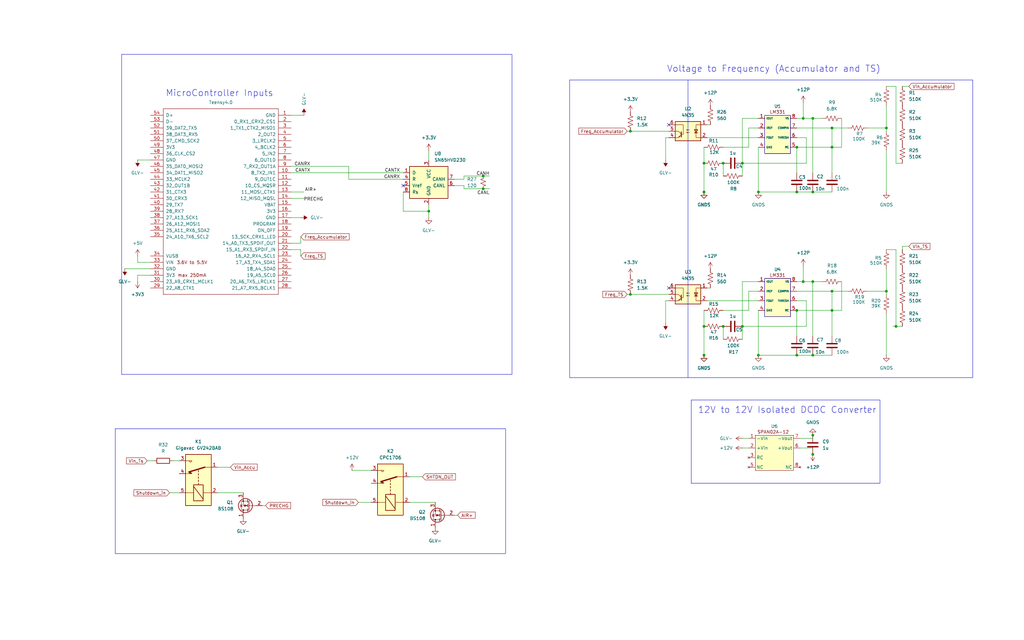
<source format=kicad_sch>
(kicad_sch (version 20231120) (generator "eeschema") (generator_version "8.0")
  (paper "User" 406.4 254)
  (title_block (title "Precharge Circuit") (date "2024-12-02") (rev "1.1"))
  (lib_symbols
    (symbol "Device:C" (pin_numbers hide) (pin_names (offset 0.254))
      (property "Reference" "C" (at 0.635 2.54 0))
      (property "Value" "C" (at 0.635 -2.54 0))
      (symbol "C_0_1"
        (polyline (pts (xy -2.032 -0.762) (xy 2.032 -0.762)) (stroke (width 0.508)))
        (polyline (pts (xy -2.032 0.762) (xy 2.032 0.762)) (stroke (width 0.508)))
      )
      (symbol "C_1_1"
        (pin passive line (at 0 3.81 270) (length 2.794) (name "~") (number "1"))
        (pin passive line (at 0 -3.81 90) (length 2.794) (name "~") (number "2"))
      )
    )
    (symbol "Device:R" (pin_numbers hide) (pin_names (offset 0))
      (property "Reference" "R" (at 2.032 0 90))
      (property "Value" "R" (at 0 0 90))
      (symbol "R_0_1"
        (rectangle (start -1.016 -2.54) (end 1.016 2.54) (stroke (width 0.254)))
      )
      (symbol "R_1_1"
        (pin passive line (at 0 3.81 270) (length 1.27) (name "~") (number "1"))
        (pin passive line (at 0 -3.81 90) (length 1.27) (name "~") (number "2"))
      )
    )
    (symbol "Device:R_Small_US" (pin_numbers hide) (pin_names (offset 0.254) hide)
      (property "Reference" "R" (at 0.762 0.508 0))
      (property "Value" "R_Small_US" (at 0.762 -1.016 0))
      (symbol "R_Small_US_1_1"
        (polyline (pts (xy 0 0) (xy 1.016 -0.381) (xy 0 -0.762) (xy -1.016 -1.143) (xy 0 -1.524)))
        (polyline (pts (xy 0 1.524) (xy 1.016 1.143) (xy 0 0.762) (xy -1.016 0.381) (xy 0 0)))
        (pin passive line (at 0 2.54 270) (length 1.016) (name "~") (number "1"))
        (pin passive line (at 0 -2.54 90) (length 1.016) (name "~") (number "2"))
      )
    )
    (symbol "Device:R_US" (pin_numbers hide) (pin_names (offset 0))
      (property "Reference" "R" (at 2.54 0 90))
      (property "Value" "R_US" (at -2.54 0 90))
      (symbol "R_US_0_1"
        (polyline (pts (xy 0 -2.286) (xy 0 -2.54)))
        (polyline (pts (xy 0 2.286) (xy 0 2.54)))
        (polyline (pts (xy 0 -0.762) (xy 1.016 -1.143) (xy 0 -1.524) (xy -1.016 -1.905) (xy 0 -2.286)))
        (polyline (pts (xy 0 0.762) (xy 1.016 0.381) (xy 0 0) (xy -1.016 -0.381) (xy 0 -0.762)))
        (polyline (pts (xy 0 2.286) (xy 1.016 1.905) (xy 0 1.524) (xy -1.016 1.143) (xy 0 0.762)))
      )
      (symbol "R_US_1_1"
        (pin passive line (at 0 3.81 270) (length 1.27) (name "~") (number "1"))
        (pin passive line (at 0 -3.81 90) (length 1.27) (name "~") (number "2"))
      )
    )
    (symbol "Interface_CAN_LIN:SN65HVD230" (pin_names (offset 1.016))
      (property "Reference" "U" (at -2.54 10.16 0))
      (property "Value" "SN65HVD230" (at -2.54 7.62 0))
      (symbol "SN65HVD230_0_1"
        (rectangle (start -7.62 5.08) (end 7.62 -7.62) (stroke (width 0.254)) (fill (type background)))
      )
      (symbol "SN65HVD230_1_1"
        (pin input line (at -10.16 2.54 0) (length 2.54) (name "D") (number "1"))
        (pin power_in line (at 0 -10.16 90) (length 2.54) (name "GND") (number "2"))
        (pin power_in line (at 0 7.62 270) (length 2.54) (name "VCC") (number "3"))
        (pin output line (at -10.16 0 0) (length 2.54) (name "R") (number "4"))
        (pin output line (at -10.16 -2.54 0) (length 2.54) (name "Vref") (number "5"))
        (pin bidirectional line (at 10.16 -2.54 180) (length 2.54) (name "CANL") (number "6"))
        (pin bidirectional line (at 10.16 0 180) (length 2.54) (name "CANH") (number "7"))
        (pin input line (at -10.16 -5.08 0) (length 2.54) (name "Rs") (number "8"))
      )
    )
    (symbol "Isolator:4N35" (pin_names (offset 1.016))
      (property "Reference" "U" (at -5.08 5.08 0))
      (property "Value" "4N35" (at 0 5.08 0))
      (symbol "4N35_0_1"
        (rectangle (start -5.08 3.81) (end 5.08 -3.81) (stroke (width 0.254)) (fill (type background)))
        (polyline (pts (xy -3.81 -0.635) (xy -2.54 -0.635)) (stroke (width 0.254)))
        (polyline (pts (xy 2.667 -1.397) (xy 3.81 -2.54)))
        (polyline (pts (xy 2.667 -1.143) (xy 3.81 0)))
        (polyline (pts (xy 3.81 -2.54) (xy 5.08 -2.54)))
        (polyline (pts (xy 3.81 0) (xy 5.08 0)))
        (polyline (pts (xy 2.667 -0.254) (xy 2.667 -2.286) (xy 2.667 -2.286)) (stroke (width 0.3556)))
        (polyline (pts (xy -5.08 -2.54) (xy -3.175 -2.54) (xy -3.175 2.54) (xy -5.08 2.54)))
        (polyline (pts (xy -3.175 -0.635) (xy -3.81 0.635) (xy -2.54 0.635) (xy -3.175 -0.635)) (stroke (width 0.254)))
        (polyline (pts (xy 3.683 -2.413) (xy 3.429 -1.905) (xy 3.175 -2.159) (xy 3.683 -2.413)))
        (polyline (pts (xy 5.08 2.54) (xy 1.905 2.54) (xy 1.905 -1.27) (xy 2.54 -1.27)))
        (polyline (pts (xy -0.635 -0.508) (xy 0.635 -0.508) (xy 0.254 -0.635) (xy 0.254 -0.381) (xy 0.635 -0.508)))
        (polyline (pts (xy -0.635 0.508) (xy 0.635 0.508) (xy 0.254 0.381) (xy 0.254 0.635) (xy 0.635 0.508)))
      )
      (symbol "4N35_1_1"
        (pin passive line (at -7.62 2.54 0) (length 2.54) (name "~") (number "1"))
        (pin passive line (at -7.62 -2.54 0) (length 2.54) (name "~") (number "2"))
        (pin no_connect line (at -5.08 0 0) (length 2.54) hide (name "NC") (number "3"))
        (pin passive line (at 7.62 -2.54 180) (length 2.54) (name "~") (number "4"))
        (pin passive line (at 7.62 0 180) (length 2.54) (name "~") (number "5"))
        (pin passive line (at 7.62 2.54 180) (length 2.54) (name "~") (number "6"))
      )
    )
    (symbol "LM331_1"
      (property "Reference" "U" (at -0.762 10.922 0))
      (symbol "LM331_1_0_1"
        (rectangle (start -5.08 7.62) (end 5.08 -7.62))
      )
      (symbol "LM331_1_1_1"
        (text "LM331\n" (at 0 8.89 0) (effects (font (size 1.27 1.27))))
        (pin input line (at -7.62 6.35 0) (length 2.54) (name "IOUT") (number "1"))
        (pin input line (at -7.62 2.54 0) (length 2.54) (name "IREF") (number "2"))
        (pin input line (at -7.62 -1.27 0) (length 2.54) (name "FOUT") (number "3"))
        (pin input line (at -7.62 -5.08 0) (length 2.54) (name "GND") (number "4"))
        (pin input line (at 7.62 -5.08 180) (length 2.54) (name "RC") (number "5"))
        (pin input line (at 7.62 -1.27 180) (length 2.54) (name "THRESH") (number "6"))
        (pin input line (at 7.62 2.54 180) (length 2.54) (name "COMPIN") (number "7"))
        (pin input line (at 7.62 6.35 180) (length 2.54) (name "VS") (number "8"))
      )
    )
    (symbol "Relay:SANYOU_SRD_Form_C"
      (property "Reference" "K" (at 11.43 3.81 0))
      (property "Value" "SANYOU_SRD_Form_C" (at 11.43 1.27 0))
      (symbol "SANYOU_SRD_Form_C_0_0"
        (polyline (pts (xy 7.62 5.08) (xy 7.62 2.54) (xy 6.985 3.175) (xy 7.62 3.81)))
      )
      (symbol "SANYOU_SRD_Form_C_0_1"
        (rectangle (start -10.16 5.08) (end 10.16 -5.08) (stroke (width 0.254)) (fill (type background)))
        (rectangle (start -8.255 1.905) (end -1.905 -1.905) (stroke (width 0.254)))
        (polyline (pts (xy -7.62 -1.905) (xy -2.54 1.905)) (stroke (width 0.254)))
        (polyline (pts (xy -5.08 -5.08) (xy -5.08 -1.905)))
        (polyline (pts (xy -5.08 5.08) (xy -5.08 1.905)))
        (polyline (pts (xy -1.905 0) (xy -1.27 0)) (stroke (width 0.254)))
        (polyline (pts (xy -0.635 0) (xy 0 0)) (stroke (width 0.254)))
        (polyline (pts (xy 0.635 0) (xy 1.27 0)) (stroke (width 0.254)))
        (polyline (pts (xy 1.905 0) (xy 2.54 0)) (stroke (width 0.254)))
        (polyline (pts (xy 3.175 0) (xy 3.81 0)) (stroke (width 0.254)))
        (polyline (pts (xy 5.08 -2.54) (xy 3.175 3.81)) (stroke (width 0.508)))
        (polyline (pts (xy 5.08 -2.54) (xy 5.08 -5.08)))
      )
      (symbol "SANYOU_SRD_Form_C_1_1"
        (polyline (pts (xy 2.54 3.81) (xy 3.175 3.175) (xy 2.54 2.54) (xy 2.54 5.08)) (fill (type outline)))
        (pin passive line (at 5.08 -7.62 90) (length 2.54) (name "~") (number "1"))
        (pin passive line (at -5.08 -7.62 90) (length 2.54) (name "~") (number "2"))
        (pin passive line (at 7.62 7.62 270) (length 2.54) (name "~") (number "3"))
        (pin passive line (at 2.54 7.62 270) (length 2.54) (name "~") (number "4"))
        (pin passive line (at -5.08 7.62 270) (length 2.54) (name "~") (number "5"))
      )
    )
    (symbol "Transistor_FET:BS108" (pin_names hide)
      (property "Reference" "Q" (at 5.08 1.905 0))
      (property "Value" "BS108" (at 5.08 0 0))
      (symbol "BS108_0_1"
        (polyline (pts (xy 0.254 0) (xy -2.54 0)))
        (polyline (pts (xy 0.254 1.905) (xy 0.254 -1.905)) (stroke (width 0.254)))
        (polyline (pts (xy 0.762 -1.27) (xy 0.762 -2.286)) (stroke (width 0.254)))
        (polyline (pts (xy 0.762 0.508) (xy 0.762 -0.508)) (stroke (width 0.254)))
        (polyline (pts (xy 0.762 2.286) (xy 0.762 1.27)) (stroke (width 0.254)))
        (polyline (pts (xy 2.54 2.54) (xy 2.54 1.778)))
        (polyline (pts (xy 2.54 -2.54) (xy 2.54 0) (xy 0.762 0)))
        (polyline (pts (xy 0.762 -1.778) (xy 3.302 -1.778) (xy 3.302 1.778) (xy 0.762 1.778)))
        (polyline (pts (xy 1.016 0) (xy 2.032 0.381) (xy 2.032 -0.381) (xy 1.016 0)) (fill (type outline)))
        (polyline (pts (xy 2.794 0.508) (xy 2.921 0.381) (xy 3.683 0.381) (xy 3.81 0.254)))
        (polyline (pts (xy 3.302 0.381) (xy 2.921 -0.254) (xy 3.683 -0.254) (xy 3.302 0.381)))
        (circle (center 1.651 0) (radius 2.794) (stroke (width 0.254)))
        (circle (center 2.54 -1.778) (radius 0.254) (fill (type outline)))
        (circle (center 2.54 1.778) (radius 0.254) (fill (type outline)))
      )
      (symbol "BS108_1_1"
        (pin passive line (at 2.54 5.08 270) (length 2.54) (name "D") (number "1"))
        (pin input line (at -5.08 0 0) (length 2.54) (name "G") (number "2"))
        (pin passive line (at 2.54 -5.08 90) (length 2.54) (name "S") (number "3"))
      )
    )
    (symbol "fsae:SPAN02A-12 (Isolated LV DCDC)"
      (property "Reference" "U6" (at 0 2.54 0))
      (property "Value" "~" (at 0 0 0))
      (symbol "SPAN02A-12 (Isolated LV DCDC)_0_1"
        (rectangle (start -7.62 -3.81) (end 7.62 -17.78) (fill (type color) (color 255 255 194 1)))
      )
      (symbol "SPAN02A-12 (Isolated LV DCDC)_1_1"
        (text "SPAN02A-12\n\n\n" (at -0.508 -4.572 0) (effects (font (size 1.27 1.27))))
        (pin input line (at -10.16 -5.08 0) (length 2.54) (name "-Vin") (number "1"))
        (pin input line (at -10.16 -8.89 0) (length 2.54) (name "+Vin") (number "2"))
        (pin no_connect line (at -10.16 -12.7 0) (length 2.54) (name "RC") (number "3"))
        (pin no_connect line (at -10.16 -16.51 0) (length 2.54) (name "NC") (number "5"))
        (pin output line (at 10.16 -8.89 180) (length 2.54) (name "+Vout") (number "6"))
        (pin output line (at 10.16 -5.08 180) (length 2.54) (name "-Vout") (number "7"))
        (pin no_connect line (at 10.16 -16.51 180) (length 2.54) (name "NC") (number "8"))
      )
    )
    (symbol "power:+12V" (power) (pin_numbers hide) (pin_names (offset 0) hide)
      (property "Value" "+12V" (at 0 3.556 0))
      (symbol "+12V_0_1"
        (polyline (pts (xy -0.762 1.27) (xy 0 2.54)))
        (polyline (pts (xy 0 0) (xy 0 2.54)))
        (polyline (pts (xy 0 2.54) (xy 0.762 1.27)))
      )
      (symbol "+12V_1_1"
        (pin power_in line (at 0 0 90) (length 0) (name "~") (number "1"))
      )
    )
    (symbol "power:+3.3V" (power) (pin_numbers hide) (pin_names (offset 0) hide)
      (property "Value" "+3.3V" (at 0 3.556 0))
      (symbol "+3.3V_0_1"
        (polyline (pts (xy -0.762 1.27) (xy 0 2.54)))
        (polyline (pts (xy 0 0) (xy 0 2.54)))
        (polyline (pts (xy 0 2.54) (xy 0.762 1.27)))
      )
      (symbol "+3.3V_1_1"
        (pin power_in line (at 0 0 90) (length 0) (name "~") (number "1"))
      )
    )
    (symbol "power:-3V3" (power) (pin_numbers hide) (pin_names (offset 0) hide)
      (property "Value" "-3V3" (at 0 3.556 0))
      (symbol "-3V3_0_0"
        (pin power_in line (at 0 0 90) (length 0) (name "~") (number "1"))
      )
      (symbol "-3V3_0_1"
        (polyline (pts (xy 0 0) (xy 0 1.27) (xy 0.762 1.27) (xy 0 2.54) (xy -0.762 1.27) (xy 0 1.27)) (fill (type outline)))
      )
    )
    (symbol "power:GLV-" (power) (pin_numbers hide) (pin_names (offset 0) hide)
      (property "Value" "GLV-" (at 0 -3.81 0))
      (symbol "GLV-_0_1"
        (polyline (pts (xy 0 0) (xy 0 -1.27) (xy 1.27 -1.27) (xy 0 -2.54) (xy -1.27 -1.27) (xy 0 -1.27)))
      )
      (symbol "GLV-_1_1"
        (pin power_in line (at 0 0 270) (length 0) (name "~") (number "1"))
      )
    )
    (symbol "power:GND" (power) (pin_numbers hide) (pin_names (offset 0) hide)
      (property "Value" "GND" (at 0 -3.81 0))
      (symbol "GND_0_1"
        (polyline (pts (xy 0 0) (xy 0 -1.27) (xy 1.27 -1.27) (xy 0 -2.54) (xy -1.27 -1.27) (xy 0 -1.27)))
      )
      (symbol "GND_1_1"
        (pin power_in line (at 0 0 270) (length 0) (name "~") (number "1"))
      )
    )
    (symbol "power:GNDS" (power) (pin_numbers hide) (pin_names (offset 0) hide)
      (property "Value" "GNDS" (at 0 -3.81 0))
      (symbol "GNDS_0_1"
        (polyline (pts (xy 0 0) (xy 0 -1.27) (xy 1.27 -1.27) (xy 0 -2.54) (xy -1.27 -1.27) (xy 0 -1.27)))
      )
      (symbol "GNDS_1_1"
        (pin power_in line (at 0 0 270) (length 0) (name "~") (number "1"))
      )
    )
    (symbol "teensy:Teensy4.0" (pin_names (offset 1.016))
      (property "Reference" "U" (at 0 39.37 0))
      (property "Value" "Teensy4.0" (at 0 -39.37 0))
      (symbol "Teensy4.0_0_0"
        (text "3.6V to 5.5V" (at 11.43 -24.13 0) (effects (font (size 1.27 1.27))))
        (text "max 250mA" (at 11.43 -29.21 0) (effects (font (size 1.27 1.27))))
        (pin bidirectional line (at -27.94 11.43 0) (length 5.08) (name "8_TX2_IN1") (number "10"))
        (pin bidirectional line (at -27.94 8.89 0) (length 5.08) (name "9_OUT1C") (number "11"))
        (pin bidirectional line (at -27.94 6.35 0) (length 5.08) (name "10_CS_MQSR") (number "12"))
        (pin bidirectional line (at -27.94 3.81 0) (length 5.08) (name "11_MOSI_CTX1") (number "13"))
        (pin bidirectional line (at -27.94 1.27 0) (length 5.08) (name "12_MISO_MQSL") (number "14"))
        (pin power_in line (at -27.94 -1.27 0) (length 5.08) (name "VBAT") (number "15"))
        (pin power_in line (at -27.94 -3.81 0) (length 5.08) (name "3V3") (number "16"))
        (pin power_in line (at -27.94 -6.35 0) (length 5.08) (name "GND") (number "17"))
        (pin input line (at -27.94 -8.89 0) (length 5.08) (name "PROGRAM") (number "18"))
        (pin input line (at -27.94 -11.43 0) (length 5.08) (name "ON_OFF") (number "19"))
        (pin bidirectional line (at -27.94 -13.97 0) (length 5.08) (name "13_SCK_CRX1_LED") (number "20"))
        (pin bidirectional line (at -27.94 -16.51 0) (length 5.08) (name "14_A0_TX3_SPDIF_OUT") (number "21"))
        (pin bidirectional line (at -27.94 -19.05 0) (length 5.08) (name "15_A1_RX3_SPDIF_IN") (number "22"))
        (pin bidirectional line (at -27.94 -21.59 0) (length 5.08) (name "16_A2_RX4_SCL1") (number "23"))
        (pin bidirectional line (at -27.94 -24.13 0) (length 5.08) (name "17_A3_TX4_SDA1") (number "24"))
        (pin bidirectional line (at -27.94 -26.67 0) (length 5.08) (name "18_A4_SDA0") (number "25"))
        (pin bidirectional line (at -27.94 -29.21 0) (length 5.08) (name "19_A5_SCL0") (number "26"))
        (pin bidirectional line (at -27.94 -31.75 0) (length 5.08) (name "20_A6_TX5_LRCLK1") (number "27"))
        (pin bidirectional line (at -27.94 -34.29 0) (length 5.08) (name "21_A7_RX5_BCLK1") (number "28"))
        (pin bidirectional line (at 27.94 -34.29 180) (length 5.08) (name "22_A8_CTX1") (number "29"))
        (pin bidirectional line (at 27.94 -31.75 180) (length 5.08) (name "23_A9_CRX1_MCLK1") (number "30"))
        (pin power_out line (at 27.94 -29.21 180) (length 5.08) (name "3V3") (number "31"))
        (pin power_in line (at 27.94 -26.67 180) (length 5.08) (name "GND") (number "32"))
        (pin power_in line (at 27.94 -24.13 180) (length 5.08) (name "VIN") (number "33"))
        (pin power_out line (at 27.94 -21.59 180) (length 5.08) (name "VUSB") (number "34"))
        (pin bidirectional line (at 27.94 -13.97 180) (length 5.08) (name "24_A10_TX6_SCL2") (number "35"))
        (pin bidirectional line (at 27.94 -11.43 180) (length 5.08) (name "25_A11_RX6_SDA2") (number "36"))
        (pin bidirectional line (at 27.94 -8.89 180) (length 5.08) (name "26_A12_MOSI1") (number "37"))
        (pin bidirectional line (at 27.94 -6.35 180) (length 5.08) (name "27_A13_SCK1") (number "38"))
        (pin bidirectional line (at 27.94 -3.81 180) (length 5.08) (name "28_RX7") (number "39"))
        (pin bidirectional line (at 27.94 -1.27 180) (length 5.08) (name "29_TX7") (number "40"))
        (pin bidirectional line (at 27.94 1.27 180) (length 5.08) (name "30_CRX3") (number "41"))
        (pin bidirectional line (at 27.94 3.81 180) (length 5.08) (name "31_CTX3") (number "42"))
        (pin bidirectional line (at 27.94 6.35 180) (length 5.08) (name "32_OUT1B") (number "43"))
        (pin bidirectional line (at 27.94 8.89 180) (length 5.08) (name "33_MCLK2") (number "44"))
        (pin bidirectional line (at 27.94 11.43 180) (length 5.08) (name "34_DAT1_MISO2") (number "45"))
        (pin bidirectional line (at 27.94 13.97 180) (length 5.08) (name "35_DAT0_MOSI2") (number "46"))
        (pin power_out line (at 27.94 16.51 180) (length 5.08) (name "GND") (number "47"))
        (pin bidirectional line (at 27.94 19.05 180) (length 5.08) (name "36_CLK_CS2") (number "48"))
        (pin power_out line (at 27.94 21.59 180) (length 5.08) (name "3V3") (number "49"))
        (pin bidirectional line (at -27.94 24.13 0) (length 5.08) (name "3_LRCLK2") (number "5"))
        (pin bidirectional line (at 27.94 24.13 180) (length 5.08) (name "37_CMD_SCK2") (number "50"))
        (pin bidirectional line (at 27.94 26.67 180) (length 5.08) (name "38_DAT3_RX5") (number "51"))
        (pin bidirectional line (at 27.94 29.21 180) (length 5.08) (name "39_DAT2_TX5") (number "52"))
        (pin bidirectional line (at 27.94 31.75 180) (length 5.08) (name "D-") (number "53"))
        (pin bidirectional line (at 27.94 34.29 180) (length 5.08) (name "D+") (number "54"))
        (pin bidirectional line (at -27.94 21.59 0) (length 5.08) (name "4_BCLK2") (number "6"))
        (pin bidirectional line (at -27.94 19.05 0) (length 5.08) (name "5_IN2") (number "7"))
        (pin bidirectional line (at -27.94 16.51 0) (length 5.08) (name "6_OUT1D") (number "8"))
        (pin bidirectional line (at -27.94 13.97 0) (length 5.08) (name "7_RX2_OUT1A") (number "9"))
      )
      (symbol "Teensy4.0_0_1"
        (rectangle (start -22.86 36.83) (end 22.86 -36.83))
        (rectangle (start -20.32 -31.75) (end -20.32 -31.75))
      )
      (symbol "Teensy4.0_1_1"
        (pin power_in line (at -27.94 34.29 0) (length 5.08) (name "GND") (number "1"))
        (pin bidirectional line (at -27.94 31.75 0) (length 5.08) (name "0_RX1_CRX2_CS1") (number "2"))
        (pin bidirectional line (at -27.94 29.21 0) (length 5.08) (name "1_TX1_CTX2_MISO1") (number "3"))
        (pin bidirectional line (at -27.94 26.67 0) (length 5.08) (name "2_OUT2") (number "4"))
      )
    )
  )
  (junction (at 250.19 116.84))
  (junction (at 355.6 129.54))
  (junction (at 191.77 74.93))
  (junction (at 330.2 50.8))
  (junction (at 316.23 58.42))
  (junction (at 300.99 76.2))
  (junction (at 322.58 76.2))
  (junction (at 300.99 140.97))
  (junction (at 191.77 69.85))
  (junction (at 294.64 129.54))
  (junction (at 322.58 180.34))
  (junction (at 351.79 50.8))
  (junction (at 170.18 83.82))
  (junction (at 250.19 52.07))
  (junction (at 316.23 140.97))
  (junction (at 287.02 64.77))
  (junction (at 316.23 123.19))
  (junction (at 318.77 46.99))
  (junction (at 322.58 140.97))
  (junction (at 322.58 172.72))
  (junction (at 279.4 64.77))
  (junction (at 318.77 111.76))
  (junction (at 279.4 140.97))
  (junction (at 351.79 115.57))
  (junction (at 294.64 64.77))
  (junction (at 279.4 129.54))
  (junction (at 316.23 76.2))
  (junction (at 330.2 58.42))
  (junction (at 287.02 129.54))
  (junction (at 322.58 46.99))
  (junction (at 279.4 76.2))
  (junction (at 330.2 115.57))
  (junction (at 330.2 123.19))
  (junction (at 322.58 111.76))
  (no_connect (at 160.02 73.66))
  (no_connect (at 265.43 49.53))
  (no_connect (at 265.43 114.3))
  (wire (pts (xy 351.79 41.91) (xy 351.79 50.8)))
  (wire (pts (xy 316.23 50.8) (xy 330.2 50.8)))
  (wire (pts (xy 280.67 49.53) (xy 281.94 49.53)))
  (wire (pts (xy 316.23 119.38) (xy 320.04 119.38)))
  (wire (pts (xy 279.4 129.54) (xy 279.4 140.97)))
  (wire (pts (xy 300.99 140.97) (xy 316.23 140.97)))
  (wire (pts (xy 351.79 115.57) (xy 351.79 116.84)))
  (wire (pts (xy 294.64 64.77) (xy 294.64 69.85)))
  (wire (pts (xy 191.77 74.93) (xy 184.15 74.93)))
  (wire (pts (xy 322.58 111.76) (xy 322.58 133.35)))
  (wire (pts (xy 330.2 50.8) (xy 330.2 58.42)))
  (wire (pts (xy 294.64 173.99) (xy 297.18 173.99)))
  (wire (pts (xy 119.38 99.06) (xy 115.57 99.06)))
  (wire (pts (xy 351.79 115.57) (xy 344.17 115.57)))
  (wire (pts (xy 105.41 200.66) (xy 104.14 200.66)))
  (wire (pts (xy 142.24 199.39) (xy 147.32 199.39)))
  (wire (pts (xy 180.34 73.66) (xy 184.15 73.66)))
  (wire (pts (xy 120.65 76.2) (xy 115.57 76.2)))
  (wire (pts (xy 115.57 68.58) (xy 160.02 68.58)))
  (wire (pts (xy 120.65 78.74) (xy 115.57 78.74)))
  (wire (pts (xy 248.92 116.84) (xy 250.19 116.84)))
  (wire (pts (xy 330.2 58.42) (xy 334.01 58.42)))
  (wire (pts (xy 160.02 76.2) (xy 160.02 83.82)))
  (wire (pts (xy 58.42 182.88) (xy 60.96 182.88)))
  (wire (pts (xy 320.04 129.54) (xy 294.64 129.54)))
  (wire (pts (xy 184.15 69.85) (xy 184.15 71.12)))
  (wire (pts (xy 354.33 129.54) (xy 355.6 129.54)))
  (wire (pts (xy 294.64 129.54) (xy 294.64 134.62)))
  (wire (pts (xy 68.58 182.88) (xy 71.12 182.88)))
  (wire (pts (xy 264.16 54.61) (xy 264.16 63.5)))
  (wire (pts (xy 264.16 119.38) (xy 265.43 119.38)))
  (wire (pts (xy 139.7 186.69) (xy 147.32 186.69)))
  (wire (pts (xy 330.2 123.19) (xy 334.01 123.19)))
  (wire (pts (xy 250.19 116.84) (xy 265.43 116.84)))
  (wire (pts (xy 320.04 64.77) (xy 294.64 64.77)))
  (wire (pts (xy 191.77 69.85) (xy 184.15 69.85)))
  (wire (pts (xy 316.23 123.19) (xy 330.2 123.19)))
  (wire (pts (xy 320.04 119.38) (xy 320.04 129.54)))
  (wire (pts (xy 184.15 73.66) (xy 184.15 74.93)))
  (wire (pts (xy 317.5 177.8) (xy 322.58 177.8)))
  (wire (pts (xy 326.39 111.76) (xy 322.58 111.76)))
  (wire (pts (xy 119.38 93.98) (xy 119.38 96.52)))
  (wire (pts (xy 316.23 58.42) (xy 330.2 58.42)))
  (wire (pts (xy 280.67 54.61) (xy 300.99 54.61)))
  (wire (pts (xy 170.18 81.28) (xy 170.18 83.82)))
  (wire (pts (xy 279.4 58.42) (xy 279.4 64.77)))
  (wire (pts (xy 326.39 46.99) (xy 322.58 46.99)))
  (wire (pts (xy 96.52 195.58) (xy 86.36 195.58)))
  (wire (pts (xy 316.23 76.2) (xy 322.58 76.2)))
  (wire (pts (xy 138.43 66.04) (xy 138.43 71.12)))
  (wire (pts (xy 316.23 58.42) (xy 316.23 68.58)))
  (wire (pts (xy 316.23 123.19) (xy 316.23 133.35)))
  (wire (pts (xy 172.72 199.39) (xy 162.56 199.39)))
  (wire (pts (xy 330.2 115.57) (xy 330.2 123.19)))
  (wire (pts (xy 355.6 129.54) (xy 358.14 129.54)))
  (wire (pts (xy 358.14 34.29) (xy 360.68 34.29)))
  (wire (pts (xy 264.16 119.38) (xy 264.16 128.27)))
  (wire (pts (xy 297.18 58.42) (xy 287.02 58.42)))
  (wire (pts (xy 59.69 109.22) (xy 54.61 109.22)))
  (wire (pts (xy 287.02 64.77) (xy 287.02 69.85)))
  (wire (pts (xy 59.69 104.14) (xy 54.61 104.14)))
  (wire (pts (xy 330.2 50.8) (xy 336.55 50.8)))
  (wire (pts (xy 297.18 115.57) (xy 300.99 115.57)))
  (wire (pts (xy 294.64 46.99) (xy 300.99 46.99)))
  (wire (pts (xy 355.6 34.29) (xy 351.79 34.29)))
  (wire (pts (xy 115.57 66.04) (xy 138.43 66.04)))
  (wire (pts (xy 351.79 99.06) (xy 355.6 99.06)))
  (wire (pts (xy 318.77 105.41) (xy 318.77 111.76)))
  (polyline (pts (xy 273.05 31.75) (xy 273.05 149.86)))
  (wire (pts (xy 322.58 173.99) (xy 322.58 172.72)))
  (wire (pts (xy 59.69 63.5) (xy 54.61 63.5)))
  (wire (pts (xy 59.69 106.68) (xy 49.53 106.68)))
  (wire (pts (xy 280.67 114.3) (xy 281.94 114.3)))
  (wire (pts (xy 120.65 45.72) (xy 115.57 45.72)))
  (wire (pts (xy 248.92 52.07) (xy 250.19 52.07)))
  (wire (pts (xy 300.99 76.2) (xy 316.23 76.2)))
  (wire (pts (xy 300.99 76.2) (xy 300.99 58.42)))
  (wire (pts (xy 300.99 140.97) (xy 300.99 123.19)))
  (wire (pts (xy 330.2 123.19) (xy 330.2 133.35)))
  (wire (pts (xy 138.43 71.12) (xy 160.02 71.12)))
  (wire (pts (xy 54.61 101.6) (xy 54.61 104.14)))
  (wire (pts (xy 316.23 54.61) (xy 320.04 54.61)))
  (wire (pts (xy 351.79 59.69) (xy 351.79 76.2)))
  (wire (pts (xy 181.61 204.47) (xy 180.34 204.47)))
  (wire (pts (xy 250.19 52.07) (xy 265.43 52.07)))
  (wire (pts (xy 318.77 111.76) (xy 322.58 111.76)))
  (wire (pts (xy 160.02 83.82) (xy 170.18 83.82)))
  (wire (pts (xy 317.5 173.99) (xy 322.58 173.99)))
  (wire (pts (xy 358.14 99.06) (xy 358.14 97.79)))
  (wire (pts (xy 316.23 46.99) (xy 318.77 46.99)))
  (wire (pts (xy 184.15 71.12) (xy 180.34 71.12)))
  (wire (pts (xy 351.79 106.68) (xy 351.79 115.57)))
  (wire (pts (xy 322.58 46.99) (xy 322.58 68.58)))
  (wire (pts (xy 294.64 46.99) (xy 294.64 64.77)))
  (wire (pts (xy 322.58 177.8) (xy 322.58 180.34)))
  (wire (pts (xy 316.23 115.57) (xy 330.2 115.57)))
  (wire (pts (xy 322.58 140.97) (xy 330.2 140.97)))
  (wire (pts (xy 297.18 58.42) (xy 297.18 50.8)))
  (wire (pts (xy 287.02 129.54) (xy 287.02 134.62)))
  (wire (pts (xy 351.79 50.8) (xy 351.79 52.07)))
  (wire (pts (xy 194.31 69.85) (xy 191.77 69.85)))
  (wire (pts (xy 264.16 54.61) (xy 265.43 54.61)))
  (wire (pts (xy 71.12 195.58) (xy 67.31 195.58)))
  (wire (pts (xy 334.01 58.42) (xy 334.01 46.99)))
  (wire (pts (xy 355.6 64.77) (xy 358.14 64.77)))
  (wire (pts (xy 316.23 140.97) (xy 322.58 140.97)))
  (wire (pts (xy 119.38 96.52) (xy 115.57 96.52)))
  (wire (pts (xy 294.64 111.76) (xy 300.99 111.76)))
  (wire (pts (xy 279.4 64.77) (xy 279.4 76.2)))
  (wire (pts (xy 330.2 58.42) (xy 330.2 68.58)))
  (wire (pts (xy 351.79 50.8) (xy 344.17 50.8)))
  (wire (pts (xy 194.31 74.93) (xy 191.77 74.93)))
  (wire (pts (xy 355.6 34.29) (xy 355.6 64.77)))
  (wire (pts (xy 170.18 59.69) (xy 170.18 63.5)))
  (wire (pts (xy 318.77 46.99) (xy 322.58 46.99)))
  (wire (pts (xy 297.18 123.19) (xy 287.02 123.19)))
  (wire (pts (xy 119.38 86.36) (xy 115.57 86.36)))
  (wire (pts (xy 330.2 115.57) (xy 336.55 115.57)))
  (wire (pts (xy 355.6 99.06) (xy 355.6 129.54)))
  (wire (pts (xy 316.23 111.76) (xy 318.77 111.76)))
  (wire (pts (xy 86.36 185.42) (xy 91.44 185.42)))
  (wire (pts (xy 162.56 189.23) (xy 167.64 189.23)))
  (wire (pts (xy 322.58 76.2) (xy 330.2 76.2)))
  (wire (pts (xy 358.14 97.79) (xy 360.68 97.79)))
  (wire (pts (xy 54.61 109.22) (xy 54.61 111.76)))
  (wire (pts (xy 334.01 123.19) (xy 334.01 111.76)))
  (wire (pts (xy 320.04 54.61) (xy 320.04 64.77)))
  (wire (pts (xy 294.64 111.76) (xy 294.64 129.54)))
  (wire (pts (xy 351.79 124.46) (xy 351.79 140.97)))
  (wire (pts (xy 318.77 40.64) (xy 318.77 46.99)))
  (wire (pts (xy 297.18 50.8) (xy 300.99 50.8)))
  (wire (pts (xy 119.38 99.06) (xy 119.38 101.6)))
  (wire (pts (xy 297.18 123.19) (xy 297.18 115.57)))
  (wire (pts (xy 294.64 177.8) (xy 297.18 177.8)))
  (wire (pts (xy 280.67 119.38) (xy 300.99 119.38)))
  (wire (pts (xy 279.4 123.19) (xy 279.4 129.54)))
  (wire (pts (xy 170.18 83.82) (xy 170.18 86.36)))
  (rectangle (start 274.32 158.75) (end 349.25 191.77))
  (rectangle (start 45.72 170.18) (end 200.66 219.71))
  (rectangle (start 303.53 110.49) (end 313.69 125.73) (fill (type color) (color 255 255 194 1)))
  (rectangle (start 303.53 45.72) (end 313.69 60.96) (fill (type color) (color 255 255 194 1)))
  (rectangle (start 226.06 31.75) (end 386.08 149.86))
  (rectangle (start 48.26 21.59) (end 203.2 148.59))
  (text "Voltage to Frequency (Accumulator and TS)" (at 307.086 27.432 0) (effects (font (size 2.54 2.54))))
  (text "MicroController Inputs\n" (at 87.122 37.084 0) (effects (font (size 2.54 2.54))))
  (text "12V to 12V Isolated DCDC Converter\n" (at 312.42 162.814 0) (effects (font (size 2.54 2.54))))
  (label "CANRX" (at 123.19 66.04 180))
  (label "AIR+" (at 125.73 76.2 180))
  (label "CANH" (at 194.31 69.85 180))
  (label "CANL" (at 194.31 77.47 180))
  (label "CANTX" (at 123.19 68.58 180))
  (label "CANRX" (at 158.75 71.12 180))
  (label "CANTX" (at 158.75 68.58 180))
  (label "PRECHG" (at 128.27 80.01 180))
  (global_label "Freq_TS" (shape input) (at 248.92 116.84 180) (property "Intersheetrefs" "${INTERSHEET_REFS}" (effects (hide yes))))
  (global_label "Vin_Ts" (shape input) (at 58.42 182.88 180) (property "Intersheetrefs" "${INTERSHEET_REFS}" (effects (hide yes))))
  (global_label "Vin_Accu" (shape input) (at 91.44 185.42 0) (property "Intersheetrefs" "${INTERSHEET_REFS}" (effects (hide yes))))
  (global_label "PRECHG" (shape input) (at 105.41 200.66 0) (property "Intersheetrefs" "${INTERSHEET_REFS}" (effects (hide yes))))
  (global_label "Vin_Accumulator" (shape input) (at 360.68 34.29 0) (property "Intersheetrefs" "${INTERSHEET_REFS}" (effects (hide yes))))
  (global_label "Freq_TS" (shape input) (at 119.38 101.6 0) (property "Intersheetrefs" "${INTERSHEET_REFS}" (effects (hide yes))))
  (global_label "Freq_Accumulator" (shape input) (at 119.38 93.98 0) (property "Intersheetrefs" "${INTERSHEET_REFS}" (effects (hide yes))))
  (global_label "SHTDN_OUT" (shape input) (at 167.64 189.23 0) (property "Intersheetrefs" "${INTERSHEET_REFS}" (effects (hide yes))))
  (global_label "Shutdown_in" (shape input) (at 67.31 195.58 180) (property "Intersheetrefs" "${INTERSHEET_REFS}" (effects (hide yes))))
  (global_label "Freq_Accumulator" (shape input) (at 248.92 52.07 180) (property "Intersheetrefs" "${INTERSHEET_REFS}" (effects (hide yes))))
  (global_label "Shutdown_in" (shape input) (at 142.24 199.39 180) (property "Intersheetrefs" "${INTERSHEET_REFS}" (effects (hide yes))))
  (global_label "Vin_TS" (shape input) (at 360.68 97.79 0) (property "Intersheetrefs" "${INTERSHEET_REFS}" (effects (hide yes))))
  (global_label "AIR+" (shape input) (at 181.61 204.47 0) (property "Intersheetrefs" "${INTERSHEET_REFS}" (effects (hide yes))))
  (symbol (lib_id "Device:R_US") (at 358.14 125.73 0) (unit 1)
    (property "Reference" "R24" (at 360.68 124.4599 0) (effects (justify left)))
    (property "Value" "510K" (at 360.68 126.9999 0) (effects (justify left)))
    (property "Footprint" "Resistor_SMD:R_0805_2012Metric" (effects (hide yes)))
    (property "Description" "Resistor, US symbol" (effects (hide yes)))
  )
  (symbol (lib_id "power:-3V3") (at 54.61 63.5 0) (mirror x) (unit 1)
    (property "Reference" "#PWR029" (effects (hide yes)))
    (property "Value" "GLV-" (at 54.61 68.58 0))
    (property "Description" "Power symbol creates a global label with name \"-3V3\"" (effects (hide yes)))
  )
  (symbol (lib_id "Device:R_US") (at 330.2 111.76 90) (unit 1)
    (property "Reference" "R18" (at 330.2 105.41 90))
    (property "Value" "6.8K" (at 330.2 107.95 90))
    (property "Footprint" "Resistor_SMD:R_0805_2012Metric" (effects (hide yes)))
    (property "Description" "Resistor, US symbol" (effects (hide yes)))
  )
  (symbol (lib_id "power:GNDS") (at 279.4 140.97 0) (unit 1)
    (property "Reference" "#PWR011" (effects (hide yes)))
    (property "Value" "GNDS" (at 279.4 146.05 0))
    (property "Description" "Power symbol creates a global label with name \"GNDS\" , signal ground" (effects (hide yes)))
  )
  (symbol (lib_id "power:+12V") (at 294.64 177.8 90) (unit 1)
    (property "Reference" "#PWR017" (effects (hide yes)))
    (property "Value" "+12V" (at 290.83 177.7999 90) (effects (justify left)))
    (property "Description" "Power symbol creates a global label with name \"+12V\"" (effects (hide yes)))
  )
  (symbol (lib_id "Device:R_US") (at 340.36 50.8 90) (unit 1)
    (property "Reference" "R7" (at 341.122 53.086 90))
    (property "Value" "100K" (at 340.868 55.118 90))
    (property "Footprint" "Resistor_SMD:R_0805_2012Metric" (effects (hide yes)))
    (property "Description" "Resistor, US symbol" (effects (hide yes)))
  )
  (symbol (lib_id "Device:C") (at 316.23 137.16 0) (unit 1)
    (property "Reference" "C6" (at 316.992 135.128 0) (effects (justify left)))
    (property "Value" "100n" (at 316.992 139.446 0) (effects (justify left)))
    (property "Footprint" "Capacitor_SMD:C_0805_2012Metric" (effects (hide yes)))
    (property "Description" "Unpolarized capacitor" (effects (hide yes)))
  )
  (symbol (lib_id "power:+3.3V") (at 250.19 44.45 0) (unit 1)
    (property "Reference" "#PWR08" (effects (hide yes)))
    (property "Value" "+3.3V" (at 250.19 39.37 0))
    (property "Description" "Power symbol creates a global label with name \"+3.3V\"" (effects (hide yes)))
  )
  (symbol (lib_id "Device:R_US") (at 351.79 55.88 0) (unit 1)
    (property "Reference" "R6" (at 347.726 54.61 0) (effects (justify left)))
    (property "Value" "39K" (at 345.694 56.642 0) (effects (justify left)))
    (property "Footprint" "Resistor_SMD:R_0805_2012Metric" (effects (hide yes)))
    (property "Description" "Resistor, US symbol" (effects (hide yes)))
  )
  (symbol (lib_id "Device:R_US") (at 358.14 45.72 0) (unit 1)
    (property "Reference" "R2" (at 360.68 44.4499 0) (effects (justify left)))
    (property "Value" "510K" (at 360.68 46.9899 0) (effects (justify left)))
    (property "Footprint" "Resistor_SMD:R_0805_2012Metric" (effects (hide yes)))
    (property "Description" "Resistor, US symbol" (effects (hide yes)))
  )
  (symbol (lib_id "power:+12V") (at 318.77 105.41 0) (unit 1)
    (property "Reference" "#PWR015" (effects (hide yes)))
    (property "Value" "+12P" (at 318.77 100.33 0))
    (property "Description" "Power symbol creates a global label with name \"+12V\"" (effects (hide yes)))
  )
  (symbol (lib_id "power:+3.3V") (at 170.18 59.69 0) (unit 1)
    (property "Reference" "#PWR025" (effects (hide yes)))
    (property "Value" "+3.3V" (at 170.18 54.61 0))
    (property "Description" "Power symbol creates a global label with name \"+3.3V\"" (effects (hide yes)))
  )
  (symbol (lib_id "Isolator:4N35") (at 273.05 116.84 0) (mirror y) (unit 1)
    (property "Reference" "U3" (at 273.05 107.95 0))
    (property "Value" "4N35" (at 273.05 110.49 0))
    (property "Footprint" "Package_DIP:DIP-6_W7.62mm" (effects (hide yes)))
    (property "Datasheet" "https://www.vishay.com/docs/81181/4n35.pdf" (effects (hide yes)))
    (property "Description" "Optocoupler, Phototransistor Output, with Base Connection, Vce 70V, CTR 100%, Viso 5000V, DIP6" (effects (hide yes)))
  )
  (symbol (lib_id "power:GNDS") (at 279.4 76.2 0) (unit 1)
    (property "Reference" "#PWR05" (effects (hide yes)))
    (property "Value" "GNDS" (at 279.4 81.28 0))
    (property "Description" "Power symbol creates a global label with name \"GNDS\" , signal ground" (effects (hide yes)))
  )
  (symbol (lib_id "power:GND") (at 172.72 209.55 0) (unit 1)
    (property "Reference" "#PWR034" (effects (hide yes)))
    (property "Value" "GLV-" (at 172.72 214.63 0))
    (property "Description" "Power symbol creates a global label with name \"GND\" , ground" (effects (hide yes)))
  )
  (symbol (lib_id "Device:R_US") (at 290.83 69.85 90) (unit 1)
    (property "Reference" "R8" (at 291.084 74.93 90))
    (property "Value" "100K" (at 291.084 72.39 90))
    (property "Footprint" "Resistor_SMD:R_0805_2012Metric" (effects (hide yes)))
    (property "Description" "Resistor, US symbol" (effects (hide yes)))
  )
  (symbol (lib_id "Device:R_Small_US") (at 191.77 72.39 0) (mirror y) (unit 1)
    (property "Reference" "R27" (at 189.23 71.1199 0) (effects (justify left)))
    (property "Value" "120" (at 189.23 73.6599 0) (effects (justify left)))
    (property "Footprint" "Resistor_SMD:R_0805_2012Metric" (effects (hide yes)))
    (property "Description" "Resistor, small US symbol" (effects (hide yes)))
  )
  (symbol (lib_id "Device:R_US") (at 358.14 118.11 0) (unit 1)
    (property "Reference" "R23" (at 360.68 116.8399 0) (effects (justify left)))
    (property "Value" "510K" (at 360.68 119.3799 0) (effects (justify left)))
    (property "Footprint" "Resistor_SMD:R_0805_2012Metric" (effects (hide yes)))
    (property "Description" "Resistor, US symbol" (effects (hide yes)))
  )
  (symbol (lib_id "power:+3.3V") (at 250.19 109.22 0) (unit 1)
    (property "Reference" "#PWR09" (effects (hide yes)))
    (property "Value" "+3.3V" (at 250.19 104.14 0))
    (property "Description" "Power symbol creates a global label with name \"+3.3V\"" (effects (hide yes)))
  )
  (symbol (lib_id "power:-3V3") (at 264.16 63.5 180) (unit 1)
    (property "Reference" "#PWR07" (effects (hide yes)))
    (property "Value" "GLV-" (at 264.16 68.58 0))
    (property "Description" "Power symbol creates a global label with name \"-3V3\"" (effects (hide yes)))
  )
  (symbol (lib_id "Device:R_US") (at 358.14 38.1 0) (unit 1)
    (property "Reference" "R1" (at 360.68 36.8299 0) (effects (justify left)))
    (property "Value" "510K" (at 360.68 39.3699 0) (effects (justify left)))
    (property "Footprint" "Resistor_SMD:R_0805_2012Metric" (effects (hide yes)))
    (property "Description" "Resistor, US symbol" (effects (hide yes)))
  )
  (symbol (lib_id "Device:C") (at 330.2 72.39 0) (unit 1)
    (property "Reference" "C1" (at 331.216 70.358 0) (effects (justify left)))
    (property "Value" "100n" (at 331.978 74.93 0) (effects (justify left)))
    (property "Footprint" "Capacitor_SMD:C_0805_2012Metric" (effects (hide yes)))
    (property "Description" "Unpolarized capacitor" (effects (hide yes)))
  )
  (symbol (lib_id "Device:R_US") (at 290.83 134.62 90) (unit 1)
    (property "Reference" "R17" (at 291.084 139.7 90))
    (property "Value" "100K" (at 291.084 137.16 90))
    (property "Footprint" "Resistor_SMD:R_0805_2012Metric" (effects (hide yes)))
    (property "Description" "Resistor, US symbol" (effects (hide yes)))
  )
  (symbol (lib_id "Device:R_US") (at 283.21 58.42 90) (unit 1)
    (property "Reference" "R11" (at 283.21 55.88 90))
    (property "Value" "12K" (at 283.464 60.452 90))
    (property "Footprint" "Resistor_SMD:R_0805_2012Metric" (effects (hide yes)))
    (property "Description" "Resistor, US symbol" (effects (hide yes)))
  )
  (symbol (lib_id "Device:R_US") (at 351.79 102.87 0) (unit 1)
    (property "Reference" "R5" (at 347.218 102.362 0) (effects (justify left)))
    (property "Value" "510K" (at 345.186 104.394 0) (effects (justify left)))
    (property "Footprint" "Resistor_SMD:R_0805_2012Metric" (effects (hide yes)))
    (property "Description" "Resistor, US symbol" (effects (hide yes)))
  )
  (symbol (lib_id "Device:C") (at 330.2 137.16 0) (unit 1)
    (property "Reference" "C8" (at 331.216 135.128 0) (effects (justify left)))
    (property "Value" "100n" (at 331.978 139.7 0) (effects (justify left)))
    (property "Footprint" "Capacitor_SMD:C_0805_2012Metric" (effects (hide yes)))
    (property "Description" "Unpolarized capacitor" (effects (hide yes)))
  )
  (symbol (lib_id "power:+12V") (at 281.94 106.68 0) (unit 1)
    (property "Reference" "#PWR013" (effects (hide yes)))
    (property "Value" "+12P" (at 281.94 101.6 0))
    (property "Description" "Power symbol creates a global label with name \"+12V\"" (effects (hide yes)))
  )
  (symbol (lib_id "Device:C") (at 316.23 72.39 0) (unit 1)
    (property "Reference" "C3" (at 316.992 70.358 0) (effects (justify left)))
    (property "Value" "100n" (at 316.992 74.676 0) (effects (justify left)))
    (property "Footprint" "Capacitor_SMD:C_0805_2012Metric" (effects (hide yes)))
    (property "Description" "Unpolarized capacitor" (effects (hide yes)))
  )
  (symbol (lib_id "Device:R_US") (at 283.21 64.77 270) (unit 1)
    (property "Reference" "R10" (at 283.21 69.342 90))
    (property "Value" "47" (at 283.21 67.056 90))
    (property "Footprint" "Resistor_SMD:R_0805_2012Metric" (effects (hide yes)))
    (property "Description" "Resistor, US symbol" (effects (hide yes)))
  )
  (symbol (lib_id "power:GNDS") (at 351.79 76.2 0) (mirror y) (unit 1)
    (property "Reference" "#PWR01" (effects (hide yes)))
    (property "Value" "GNDS" (at 351.79 81.28 0))
    (property "Description" "Power symbol creates a global label with name \"GNDS\" , signal ground" (effects (hide yes)))
  )
  (symbol (lib_id "power:+12V") (at 318.77 40.64 0) (unit 1)
    (property "Reference" "#PWR03" (effects (hide yes)))
    (property "Value" "+12P" (at 318.77 35.56 0))
    (property "Description" "Power symbol creates a global label with name \"+12V\"" (effects (hide yes)))
  )
  (symbol (lib_id "Device:C") (at 322.58 176.53 0) (unit 1)
    (property "Reference" "C9" (at 326.39 175.2599 0) (effects (justify left)))
    (property "Value" "1u" (at 326.39 177.7999 0) (effects (justify left)))
    (property "Footprint" "Capacitor_SMD:C_0805_2012Metric" (effects (hide yes)))
    (property "Description" "Unpolarized capacitor" (effects (hide yes)))
  )
  (symbol (lib_id "power:GNDS") (at 300.99 76.2 0) (unit 1)
    (property "Reference" "#PWR02" (effects (hide yes)))
    (property "Value" "GNDS" (at 300.99 81.28 0))
    (property "Description" "Power symbol creates a global label with name \"GNDS\" , signal ground" (effects (hide yes)))
  )
  (symbol (lib_id "Relay:SANYOU_SRD_Form_C") (at 78.74 190.5 90) (unit 1)
    (property "Reference" "K1" (at 78.74 175.26 90))
    (property "Value" "Gigavac GV242BAB" (at 78.74 177.8 90))
    (property "Footprint" "Relay_THT:Relay_SPDT_SANYOU_SRD_Series_Form_C" (effects (hide yes)))
    (property "Datasheet" "http://www.sanyourelay.ca/public/products/pdf/SRD.pdf" (effects (hide yes)))
    (property "Description" "Sanyo SRD relay, Single Pole Miniature Power Relay," (effects (hide yes)))
  )
  (symbol (lib_id "Device:R") (at 64.77 182.88 90) (unit 1)
    (property "Reference" "R32" (at 64.77 176.53 90))
    (property "Value" "R" (at 64.77 179.07 90))
    (property "Footprint" "Resistor_SMD:R_0805_2012Metric" (effects (hide yes)))
    (property "Description" "Resistor" (effects (hide yes)))
  )
  (symbol (lib_id "power:+3.3V") (at 54.61 111.76 0) (mirror x) (unit 1)
    (property "Reference" "#PWR031" (effects (hide yes)))
    (property "Value" "+3V3" (at 54.61 116.84 0))
    (property "Description" "Power symbol creates a global label with name \"+3.3V\"" (effects (hide yes)))
  )
  (symbol (lib_id "Device:R_US") (at 358.14 110.49 0) (unit 1)
    (property "Reference" "R22" (at 360.68 109.2199 0) (effects (justify left)))
    (property "Value" "510K" (at 360.68 111.7599 0) (effects (justify left)))
    (property "Footprint" "Resistor_SMD:R_0805_2012Metric" (effects (hide yes)))
    (property "Description" "Resistor, US symbol" (effects (hide yes)))
  )
  (symbol (lib_id "power:GNDS") (at 351.79 140.97 0) (mirror y) (unit 1)
    (property "Reference" "#PWR016" (effects (hide yes)))
    (property "Value" "GNDS" (at 351.79 146.05 0))
    (property "Description" "Power symbol creates a global label with name \"GNDS\" , signal ground" (effects (hide yes)))
  )
  (symbol (lib_id "Relay:SANYOU_SRD_Form_C") (at 154.94 194.31 90) (unit 1)
    (property "Reference" "K2" (at 154.94 179.07 90))
    (property "Value" "CPC1706" (at 154.94 181.61 90))
    (property "Footprint" "Relay_THT:Relay_SPDT_SANYOU_SRD_Series_Form_C" (effects (hide yes)))
    (property "Datasheet" "http://www.sanyourelay.ca/public/products/pdf/SRD.pdf" (effects (hide yes)))
    (property "Description" "Sanyo SRD relay, Single Pole Miniature Power Relay," (effects (hide yes)))
  )
  (symbol (lib_id "Device:R_US") (at 358.14 53.34 0) (unit 1)
    (property "Reference" "R3" (at 360.68 52.0699 0) (effects (justify left)))
    (property "Value" "510K" (at 360.68 54.6099 0) (effects (justify left)))
    (property "Footprint" "Resistor_SMD:R_0805_2012Metric" (effects (hide yes)))
    (property "Description" "Resistor, US symbol" (effects (hide yes)))
  )
  (symbol (lib_id "Device:R_US") (at 330.2 46.99 90) (unit 1)
    (property "Reference" "R9" (at 330.2 40.64 90))
    (property "Value" "6.8K" (at 330.2 43.18 90))
    (property "Footprint" "Resistor_SMD:R_0805_2012Metric" (effects (hide yes)))
    (property "Description" "Resistor, US symbol" (effects (hide yes)))
  )
  (symbol (lib_id "power:+12V") (at 281.94 41.91 0) (unit 1)
    (property "Reference" "#PWR06" (effects (hide yes)))
    (property "Value" "+12P" (at 281.94 36.83 0))
    (property "Description" "Power symbol creates a global label with name \"+12V\"" (effects (hide yes)))
  )
  (symbol (lib_id "Device:C") (at 322.58 137.16 0) (unit 1)
    (property "Reference" "C7" (at 324.104 134.874 0) (effects (justify left)))
    (property "Value" "10n" (at 323.596 139.7 0) (effects (justify left)))
    (property "Footprint" "Capacitor_SMD:C_0805_2012Metric" (effects (hide yes)))
    (property "Description" "Unpolarized capacitor" (effects (hide yes)))
  )
  (symbol (lib_id "power:+12V") (at 322.58 180.34 180) (unit 1)
    (property "Reference" "#PWR020" (effects (hide yes)))
    (property "Value" "+12P" (at 322.58 185.42 0))
    (property "Description" "Power symbol creates a global label with name \"+12V\"" (effects (hide yes)))
  )
  (symbol (lib_id "power:-3V3") (at 49.53 106.68 0) (mirror x) (unit 1)
    (property "Reference" "#PWR032" (effects (hide yes)))
    (property "Value" "GLV-" (at 49.53 111.76 0))
    (property "Description" "Power symbol creates a global label with name \"-3V3\"" (effects (hide yes)))
  )
  (symbol (lib_id "power:+12V") (at 139.7 186.69 0) (unit 1)
    (property "Reference" "#PWR035" (effects (hide yes)))
    (property "Value" "+12V" (at 139.7 181.61 0))
    (property "Description" "Power symbol creates a global label with name \"+12V\"" (effects (hide yes)))
  )
  (symbol (lib_id "Device:R_US") (at 340.36 115.57 90) (unit 1)
    (property "Reference" "R19" (at 341.122 117.856 90))
    (property "Value" "100K" (at 340.868 119.888 90))
    (property "Footprint" "Resistor_SMD:R_0805_2012Metric" (effects (hide yes)))
    (property "Description" "Resistor, US symbol" (effects (hide yes)))
  )
  (symbol (lib_name "LM331_1") (lib_id "fsae:LM331") (at 308.61 118.11 0) (unit 1)
    (property "Reference" "U4" (at 308.61 106.934 0))
    (property "Value" "~" (at 308.61 106.68 0))
  )
  (symbol (lib_id "power:GLV-") (at 170.18 86.36 0) (unit 1)
    (property "Reference" "#PWR026" (effects (hide yes)))
    (property "Value" "GLV-" (at 170.18 91.44 0))
    (property "Description" "Power symbol creates a global label with name \"GND\" , ground" (effects (hide yes)))
  )
  (symbol (lib_id "power:-3V3") (at 120.65 45.72 0) (mirror y) (unit 1)
    (property "Reference" "#PWR027" (effects (hide yes)))
    (property "Value" "GLV-" (at 120.6499 41.91 90) (effects (justify left)))
    (property "Description" "Power symbol creates a global label with name \"-3V3\"" (effects (hide yes)))
  )
  (symbol (lib_id "Device:R_US") (at 281.94 110.49 0) (unit 1)
    (property "Reference" "R14" (at 284.48 109.2199 0) (effects (justify left)))
    (property "Value" "560" (at 284.48 111.7599 0) (effects (justify left)))
    (property "Footprint" "Resistor_SMD:R_0805_2012Metric" (effects (hide yes)))
    (property "Description" "Resistor, US symbol" (effects (hide yes)))
  )
  (symbol (lib_id "Device:C") (at 290.83 129.54 90) (unit 1)
    (property "Reference" "C5" (at 293.37 130.81 90))
    (property "Value" "1u" (at 290.83 125.476 90))
    (property "Footprint" "Capacitor_SMD:C_0805_2012Metric" (effects (hide yes)))
    (property "Description" "Unpolarized capacitor" (effects (hide yes)))
  )
  (symbol (lib_id "power:+12V") (at 294.64 173.99 90) (unit 1)
    (property "Reference" "#PWR018" (effects (hide yes)))
    (property "Value" "GLV-" (at 290.83 173.9899 90) (effects (justify left)))
    (property "Description" "Power symbol creates a global label with name \"+12V\"" (effects (hide yes)))
  )
  (symbol (lib_id "Device:R_US") (at 250.19 48.26 180) (unit 1)
    (property "Reference" "R12" (at 252.73 46.9899 0) (effects (justify right)))
    (property "Value" "1.5K" (at 252.73 49.5299 0) (effects (justify right)))
    (property "Footprint" "Resistor_SMD:R_0805_2012Metric" (effects (hide yes)))
    (property "Description" "Resistor, US symbol" (effects (hide yes)))
  )
  (symbol (lib_id "Device:R_US") (at 250.19 113.03 180) (unit 1)
    (property "Reference" "R13" (at 252.73 111.7599 0) (effects (justify right)))
    (property "Value" "1.5K" (at 252.73 114.2999 0) (effects (justify right)))
    (property "Footprint" "Resistor_SMD:R_0805_2012Metric" (effects (hide yes)))
    (property "Description" "Resistor, US symbol" (effects (hide yes)))
  )
  (symbol (lib_id "Transistor_FET:BS108") (at 99.06 200.66 180) (unit 1)
    (property "Reference" "Q1" (at 92.71 199.3899 0) (effects (justify left)))
    (property "Value" "BS108" (at 92.71 201.9299 0) (effects (justify left)))
    (property "Footprint" "Package_TO_SOT_THT:TO-92_Inline" (effects (hide yes)))
    (property "Datasheet" "http://www.redrok.com/MOSFET_BS108_200V_250mA_8O_Vth1.5_TO-92.PDF" (effects (hide yes)))
    (property "Description" "0.25A Id, 200V Vds, N-Channel MOSFET, TO-92" (effects (hide yes)))
  )
  (symbol (lib_id "teensy:Teensy4.0") (at 87.63 80.01 0) (mirror y) (unit 1)
    (property "Reference" "U7" (effects (hide yes)))
    (property "Value" "Teensy4.0" (at 87.63 40.64 0))
  )
  (symbol (lib_id "power:GNDS") (at 279.4 76.2 0) (unit 1)
    (property "Reference" "#PWR04" (effects (hide yes)))
    (property "Value" "GNDS" (at 279.4 81.28 0))
    (property "Description" "Power symbol creates a global label with name \"GNDS\" , signal ground" (effects (hide yes)))
  )
  (symbol (lib_id "Device:R_US") (at 281.94 45.72 0) (unit 1)
    (property "Reference" "R26" (at 284.48 44.4499 0) (effects (justify left)))
    (property "Value" "560" (at 284.48 46.9899 0) (effects (justify left)))
    (property "Footprint" "Resistor_SMD:R_0805_2012Metric" (effects (hide yes)))
    (property "Description" "Resistor, US symbol" (effects (hide yes)))
  )
  (symbol (lib_id "power:GNDS") (at 279.4 140.97 0) (unit 1)
    (property "Reference" "#PWR012" (effects (hide yes)))
    (property "Value" "GNDS" (at 279.4 146.05 0))
    (property "Description" "Power symbol creates a global label with name \"GNDS\" , signal ground" (effects (hide yes)))
  )
  (symbol (lib_id "Interface_CAN_LIN:SN65HVD230") (at 170.18 71.12 0) (unit 1)
    (property "Reference" "U8" (at 172.3741 60.96 0) (effects (justify left)))
    (property "Value" "SN65HVD230" (at 172.3741 63.5 0) (effects (justify left)))
    (property "Footprint" "Package_SO:SOIC-8_3.9x4.9mm_P1.27mm" (effects (hide yes)))
    (property "Datasheet" "http://www.ti.com/lit/ds/symlink/sn65hvd230.pdf" (effects (hide yes)))
    (property "Description" "CAN Bus Transceivers, 3.3V, 1Mbps, Low-Power capabilities, SOIC-8" (effects (hide yes)))
  )
  (symbol (lib_id "Device:R_US") (at 351.79 120.65 0) (unit 1)
    (property "Reference" "R20" (at 345.694 119.38 0) (effects (justify left)))
    (property "Value" "39K" (at 345.694 121.412 0) (effects (justify left)))
    (property "Footprint" "Resistor_SMD:R_0805_2012Metric" (effects (hide yes)))
    (property "Description" "Resistor, US symbol" (effects (hide yes)))
  )
  (symbol (lib_id "Device:R_US") (at 283.21 123.19 90) (unit 1)
    (property "Reference" "R15" (at 283.21 120.65 90))
    (property "Value" "12K" (at 283.464 125.222 90))
    (property "Footprint" "Resistor_SMD:R_0805_2012Metric" (effects (hide yes)))
    (property "Description" "Resistor, US symbol" (effects (hide yes)))
  )
  (symbol (lib_id "fsae:SPAN02A-12 (Isolated LV DCDC)") (at 307.34 168.91 0) (unit 1)
    (property "Reference" "U6" (at 307.34 169.164 0))
    (property "Value" "~" (at 307.34 168.91 0))
  )
  (symbol (lib_id "Device:R_US") (at 358.14 60.96 0) (unit 1)
    (property "Reference" "R25" (at 360.68 59.6899 0) (effects (justify left)))
    (property "Value" "510K" (at 360.68 62.2299 0) (effects (justify left)))
    (property "Footprint" "Resistor_SMD:R_0805_2012Metric" (effects (hide yes)))
    (property "Description" "Resistor, US symbol" (effects (hide yes)))
  )
  (symbol (lib_id "Isolator:4N35") (at 273.05 52.07 0) (mirror y) (unit 1)
    (property "Reference" "U2" (at 273.05 43.18 0))
    (property "Value" "4N35" (at 273.05 45.72 0))
    (property "Footprint" "Package_DIP:DIP-6_W7.62mm" (effects (hide yes)))
    (property "Datasheet" "https://www.vishay.com/docs/81181/4n35.pdf" (effects (hide yes)))
    (property "Description" "Optocoupler, Phototransistor Output, with Base Connection, Vce 70V, CTR 100%, Viso 5000V, DIP6" (effects (hide yes)))
  )
  (symbol (lib_id "Device:R_US") (at 351.79 38.1 0) (unit 1)
    (property "Reference" "R4" (at 347.218 37.592 0) (effects (justify left)))
    (property "Value" "510K" (at 345.186 39.624 0) (effects (justify left)))
    (property "Footprint" "Resistor_SMD:R_0805_2012Metric" (effects (hide yes)))
    (property "Description" "Resistor, US symbol" (effects (hide yes)))
  )
  (symbol (lib_id "Device:C") (at 290.83 64.77 90) (unit 1)
    (property "Reference" "C4" (at 293.37 66.04 90))
    (property "Value" "1u" (at 290.83 60.706 90))
    (property "Footprint" "Capacitor_SMD:C_0805_2012Metric" (effects (hide yes)))
    (property "Description" "Unpolarized capacitor" (effects (hide yes)))
  )
  (symbol (lib_id "power:-3V3") (at 119.38 86.36 270) (mirror x) (unit 1)
    (property "Reference" "#PWR028" (effects (hide yes)))
    (property "Value" "GLV-" (at 123.19 86.3599 90) (effects (justify left)))
    (property "Description" "Power symbol creates a global label with name \"-3V3\"" (effects (hide yes)))
  )
  (symbol (lib_id "power:GND") (at 96.52 205.74 0) (unit 1)
    (property "Reference" "#PWR033" (effects (hide yes)))
    (property "Value" "GLV-" (at 96.52 210.82 0))
    (property "Description" "Power symbol creates a global label with name \"GND\" , ground" (effects (hide yes)))
  )
  (symbol (lib_id "power:GNDS") (at 322.58 172.72 180) (unit 1)
    (property "Reference" "#PWR019" (effects (hide yes)))
    (property "Value" "GNDS" (at 322.58 167.64 0))
    (property "Description" "Power symbol creates a global label with name \"GNDS\" , signal ground" (effects (hide yes)))
  )
  (symbol (lib_id "power:+3.3V") (at 54.61 101.6 0) (mirror y) (unit 1)
    (property "Reference" "#PWR030" (effects (hide yes)))
    (property "Value" "+5V" (at 54.61 96.52 0))
    (property "Description" "Power symbol creates a global label with name \"+3.3V\"" (effects (hide yes)))
  )
  (symbol (lib_name "LM331_1") (lib_id "fsae:LM331") (at 308.61 53.34 0) (unit 1)
    (property "Reference" "U1" (at 308.61 42.164 0))
    (property "Value" "~" (at 308.61 41.91 0))
  )
  (symbol (lib_id "power:GNDS") (at 300.99 140.97 0) (unit 1)
    (property "Reference" "#PWR014" (effects (hide yes)))
    (property "Value" "GNDS" (at 300.99 146.05 0))
    (property "Description" "Power symbol creates a global label with name \"GNDS\" , signal ground" (effects (hide yes)))
  )
  (symbol (lib_id "Device:C") (at 322.58 72.39 0) (unit 1)
    (property "Reference" "C2" (at 324.104 70.104 0) (effects (justify left)))
    (property "Value" "10n" (at 323.596 74.93 0) (effects (justify left)))
    (property "Footprint" "Capacitor_SMD:C_0805_2012Metric" (effects (hide yes)))
    (property "Description" "Unpolarized capacitor" (effects (hide yes)))
  )
  (symbol (lib_id "Transistor_FET:BS108") (at 175.26 204.47 180) (unit 1)
    (property "Reference" "Q2" (at 168.91 203.1999 0) (effects (justify left)))
    (property "Value" "BS108" (at 168.91 205.7399 0) (effects (justify left)))
    (property "Footprint" "Package_TO_SOT_THT:TO-92_Inline" (effects (hide yes)))
    (property "Datasheet" "http://www.redrok.com/MOSFET_BS108_200V_250mA_8O_Vth1.5_TO-92.PDF" (effects (hide yes)))
    (property "Description" "0.25A Id, 200V Vds, N-Channel MOSFET, TO-92" (effects (hide yes)))
  )
  (symbol (lib_id "power:-3V3") (at 264.16 128.27 180) (unit 1)
    (property "Reference" "#PWR010" (effects (hide yes)))
    (property "Value" "GLV-" (at 264.16 133.35 0))
    (property "Description" "Power symbol creates a global label with name \"-3V3\"" (effects (hide yes)))
  )
  (symbol (lib_id "Device:R_US") (at 283.21 129.54 270) (unit 1)
    (property "Reference" "R16" (at 283.21 134.112 90))
    (property "Value" "47" (at 283.21 131.826 90))
    (property "Footprint" "Resistor_SMD:R_0805_2012Metric" (effects (hide yes)))
    (property "Description" "Resistor, US symbol" (effects (hide yes)))
  )
  (symbol (lib_id "Device:R_US") (at 358.14 102.87 0) (unit 1)
    (property "Reference" "R21" (at 360.68 101.5999 0) (effects (justify left)))
    (property "Value" "510K" (at 360.68 104.1399 0) (effects (justify left)))
    (property "Footprint" "Resistor_SMD:R_0805_2012Metric" (effects (hide yes)))
    (property "Description" "Resistor, US symbol" (effects (hide yes)))
  )
)
</source>
